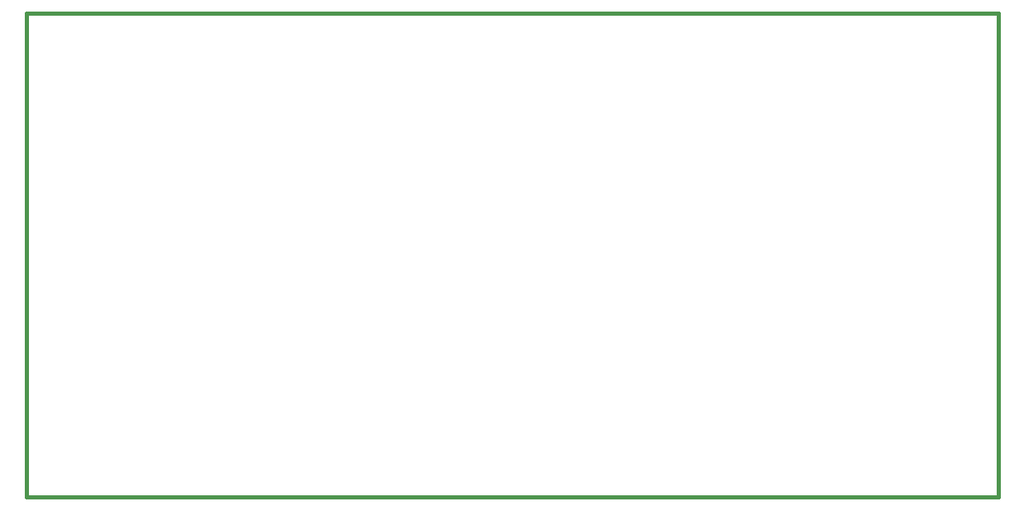
<source format=gbr>
G04 (created by PCBNEW-RS274X (2011-05-25)-stable) date Mon 25 Feb 2013 07:43:56 PM EST*
G01*
G70*
G90*
%MOIN*%
G04 Gerber Fmt 3.4, Leading zero omitted, Abs format*
%FSLAX34Y34*%
G04 APERTURE LIST*
%ADD10C,0.006000*%
%ADD11C,0.015000*%
G04 APERTURE END LIST*
G54D10*
G54D11*
X79555Y-32000D02*
X79555Y-51488D01*
X78571Y-32000D02*
X79555Y-32000D01*
X40382Y-32000D02*
X78571Y-32000D01*
X40382Y-51488D02*
X40382Y-32000D01*
X40382Y-51488D02*
X79555Y-51488D01*
M02*

</source>
